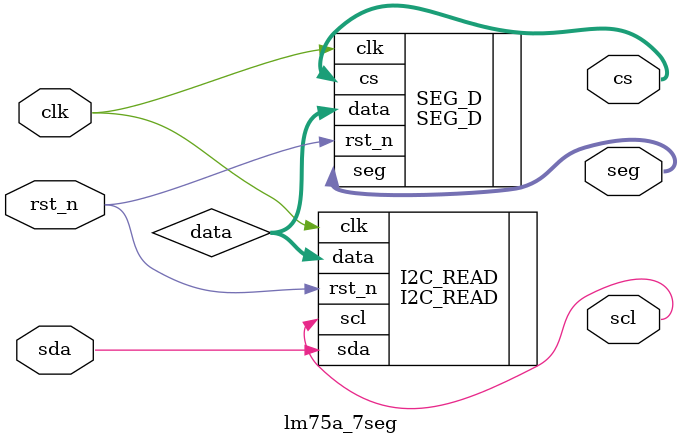
<source format=v>
module lm75a_7seg(clk,rst_n,scl,sda,cs,seg);

input clk,rst_n; //50MHz fpga clock, negated reset, 
output scl;  //I2C clock, 250KHz
inout sda;   //I2C data
output[3:0] cs;  //7 segment display character selector
output[7:0] seg;  //7 segment display
wire[15:0] data;

I2C_READ I2C_READ(
	.clk(clk),
	.rst_n(rst_n),
	.scl(scl),
	.sda(sda),
	.data(data)
);

SEG_D SEG_D(
	.clk(clk),
	.rst_n(rst_n),
	.seg(seg),
	.data(data),
	.cs(cs)
);

endmodule

</source>
